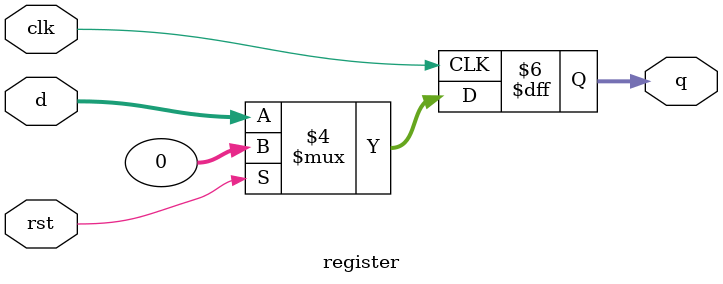
<source format=v>
module primitive_example_design_7(haddr,burst,prot,size,trans,clk,reset,read_write,clear,addr,data_out,hresp,ready,a,b,hw,ibuf2_en,ibuf3_en,ibuf4_en,ibuf5_en,ibuf6_en,ibuf7_en,ibuf8_en,ibuf9_en,ibuf10_en,ibuf11_en,ibuf12_en,ibuf13_en,ibuf14_en);
    parameter DEPTH = 10;
    parameter WIDTH = 32;

    input [31:0] haddr;
    input [2:0] burst;
    input [3:0] prot;
    input [2:0] size;
    input [2:0] trans;
    
    input clk, reset, read_write, clear;
    input [DEPTH-1:0] addr;
    output reg [WIDTH-1:0] data_out;
    output hresp;
    output ready;

    input [WIDTH-1:0] a,b;
    input hw,ibuf2_en,ibuf3_en,ibuf4_en,ibuf5_en,ibuf6_en,ibuf7_en,ibuf8_en,ibuf9_en,ibuf10_en,ibuf11_en,ibuf12_en,ibuf13_en,ibuf14_en;

    wire [WIDTH-1:0] c;
    wire ready_o;
    wire hresp_o;
    reg hw_reg_out;
    reg [WIDTH-1:0] ram_data_in;
    wire [2:0] size_ibuf,burst_ibuf,trans_ibuf;
    wire [3:0] prot_ibuf;
    wire hresp_w,ready_w;

    reg [WIDTH-1:0] reg_array [2**DEPTH-1:0];

    SOC_FPGA_INTF_AHB_M inst (
        .HRESETN_I(reset),
        .HADDR(haddr),
        .HBURST(burst_ibuf),
        .HPROT(prot_ibuf),
        .HSIZE(size_ibuf),
        .HTRANS(trans_ibuf),
        .HWDATA(c),
        .HWWRITE(hw_reg_out),
        .HRDATA(ram_data_in),
        .HREADY(ready_o),
        .HRESP(hresp_o),
        .HCLK(clk)
    );

    assign c = a + b;

    register #(1) register_inst1 (.clk(clk),.d(hw),.rst(reset),.q(hw_reg_out));

    I_BUF ibuf_inst1 (.I(size[0]),.EN(ibuf2_en),.O(size_ibuf[0]));
    I_BUF ibuf_inst2 (.I(size[1]),.EN(ibuf3_en),.O(size_ibuf[1]));
    I_BUF ibuf_inst3 (.I(size[2]),.EN(ibuf4_en),.O(size_ibuf[2]));
    I_BUF ibuf_inst4 (.I(burst[0]),.EN(ibuf5_en),.O(burst_ibuf[0]));
    I_BUF ibuf_inst5 (.I(burst[1]),.EN(ibuf6_en),.O(burst_ibuf[1]));
    I_BUF ibuf_inst6 (.I(burst[2]),.EN(ibuf7_en),.O(burst_ibuf[2]));
    I_BUF ibuf_inst7 (.I(prot[0]),.EN(ibuf8_en),.O(prot_ibuf[0]));
    I_BUF ibuf_inst8 (.I(prot[1]),.EN(ibuf9_en),.O(prot_ibuf[1]));
    I_BUF ibuf_inst9 (.I(prot[2]),.EN(ibuf10_en),.O(prot_ibuf[2]));
    I_BUF ibuf_inst10 (.I(prot[3]),.EN(ibuf11_en),.O(prot_ibuf[3]));
    I_BUF ibuf_inst11 (.I(trans[0]),.EN(ibuf12_en),.O(trans_ibuf[0]));
    I_BUF ibuf_inst12 (.I(trans[1]),.EN(ibuf13_en),.O(trans_ibuf[1]));
    I_BUF ibuf_inst13 (.I(trans[2]),.EN(ibuf14_en),.O(trans_ibuf[2]));

    register #(1) register_inst2 (.clk(clk),.d(hresp_o),.rst(reset),.q(hresp_w));
    register #(1) register_inst3 (.clk(clk),.d(ready_o),.rst(reset),.q(ready_w));

    O_BUF o_buf_inst1 (.I(hresp_w),.O(hresp));
    O_BUF o_buf_inst2 (.I(ready_w),.O(ready));

    integer i;
    initial begin
        for( i = 0; i < 2**DEPTH; i = i + 1 ) begin
            reg_array[i] <= 0;
        end
    end

    always @(negedge(clk)) begin
        if( read_write == 1 )
            reg_array[addr] <= ram_data_in;
        // if( clear == 1 ) begin
        //     for( i = 0; i < 2**DEPTH; i = i + 1 ) begin
        //         reg_array[i] <= 0;
        //     end
        // end
        data_out = reg_array[addr];
    end
endmodule  

module register #(parameter WIDTH=32) (clk,d,rst,q);
    input clk,rst;
    input [WIDTH-1:0] d;
    output [WIDTH-1:0] q;

    always @(posedge clk) begin
        if (rst)
            q <= 0;
        else
            q <= d;
    end
endmodule


</source>
